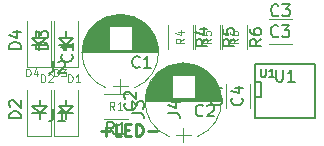
<source format=gbr>
G04 #@! TF.FileFunction,Legend,Top*
%FSLAX46Y46*%
G04 Gerber Fmt 4.6, Leading zero omitted, Abs format (unit mm)*
G04 Created by KiCad (PCBNEW 4.0.7) date 04/04/18 15:32:54*
%MOMM*%
%LPD*%
G01*
G04 APERTURE LIST*
%ADD10C,0.100000*%
%ADD11C,0.250000*%
%ADD12C,0.175000*%
%ADD13C,0.200000*%
%ADD14C,0.150000*%
%ADD15C,0.120000*%
%ADD16C,0.105000*%
G04 APERTURE END LIST*
D10*
D11*
X196499457Y-121254829D02*
X197261362Y-121254829D01*
X196880410Y-121635781D02*
X196880410Y-120873876D01*
X198213743Y-121635781D02*
X197737552Y-121635781D01*
X197737552Y-120635781D01*
X198547076Y-121111971D02*
X198880410Y-121111971D01*
X199023267Y-121635781D02*
X198547076Y-121635781D01*
X198547076Y-120635781D01*
X199023267Y-120635781D01*
X199451838Y-121635781D02*
X199451838Y-120635781D01*
X199689933Y-120635781D01*
X199832791Y-120683400D01*
X199928029Y-120778638D01*
X199975648Y-120873876D01*
X200023267Y-121064352D01*
X200023267Y-121207210D01*
X199975648Y-121397686D01*
X199928029Y-121492924D01*
X199832791Y-121588162D01*
X199689933Y-121635781D01*
X199451838Y-121635781D01*
X200451838Y-121254829D02*
X201213743Y-121254829D01*
D10*
X193728638Y-117083248D02*
X193728638Y-116433248D01*
X193883400Y-116433248D01*
X193976257Y-116464200D01*
X194038162Y-116526105D01*
X194069114Y-116588010D01*
X194100066Y-116711819D01*
X194100066Y-116804676D01*
X194069114Y-116928486D01*
X194038162Y-116990390D01*
X193976257Y-117052295D01*
X193883400Y-117083248D01*
X193728638Y-117083248D01*
X194719114Y-117083248D02*
X194347686Y-117083248D01*
X194533400Y-117083248D02*
X194533400Y-116433248D01*
X194471495Y-116526105D01*
X194409590Y-116588010D01*
X194347686Y-116618962D01*
X191417238Y-117083248D02*
X191417238Y-116433248D01*
X191572000Y-116433248D01*
X191664857Y-116464200D01*
X191726762Y-116526105D01*
X191757714Y-116588010D01*
X191788666Y-116711819D01*
X191788666Y-116804676D01*
X191757714Y-116928486D01*
X191726762Y-116990390D01*
X191664857Y-117052295D01*
X191572000Y-117083248D01*
X191417238Y-117083248D01*
X192036286Y-116495152D02*
X192067238Y-116464200D01*
X192129143Y-116433248D01*
X192283905Y-116433248D01*
X192345809Y-116464200D01*
X192376762Y-116495152D01*
X192407714Y-116557057D01*
X192407714Y-116618962D01*
X192376762Y-116711819D01*
X192005333Y-117083248D01*
X192407714Y-117083248D01*
X192534838Y-116600648D02*
X192534838Y-115950648D01*
X192689600Y-115950648D01*
X192782457Y-115981600D01*
X192844362Y-116043505D01*
X192875314Y-116105410D01*
X192906266Y-116229219D01*
X192906266Y-116322076D01*
X192875314Y-116445886D01*
X192844362Y-116507790D01*
X192782457Y-116569695D01*
X192689600Y-116600648D01*
X192534838Y-116600648D01*
X193122933Y-115950648D02*
X193525314Y-115950648D01*
X193308647Y-116198267D01*
X193401505Y-116198267D01*
X193463409Y-116229219D01*
X193494362Y-116260171D01*
X193525314Y-116322076D01*
X193525314Y-116476838D01*
X193494362Y-116538743D01*
X193463409Y-116569695D01*
X193401505Y-116600648D01*
X193215790Y-116600648D01*
X193153886Y-116569695D01*
X193122933Y-116538743D01*
X190172638Y-116600648D02*
X190172638Y-115950648D01*
X190327400Y-115950648D01*
X190420257Y-115981600D01*
X190482162Y-116043505D01*
X190513114Y-116105410D01*
X190544066Y-116229219D01*
X190544066Y-116322076D01*
X190513114Y-116445886D01*
X190482162Y-116507790D01*
X190420257Y-116569695D01*
X190327400Y-116600648D01*
X190172638Y-116600648D01*
X191101209Y-116167314D02*
X191101209Y-116600648D01*
X190946447Y-115919695D02*
X190791686Y-116383981D01*
X191194066Y-116383981D01*
D12*
X210032667Y-115948667D02*
X210032667Y-116515333D01*
X210066000Y-116582000D01*
X210099333Y-116615333D01*
X210166000Y-116648667D01*
X210299333Y-116648667D01*
X210366000Y-116615333D01*
X210399333Y-116582000D01*
X210432667Y-116515333D01*
X210432667Y-115948667D01*
X211132666Y-116648667D02*
X210732666Y-116648667D01*
X210932666Y-116648667D02*
X210932666Y-115948667D01*
X210866000Y-116048667D01*
X210799333Y-116115333D01*
X210732666Y-116148667D01*
D13*
X190652400Y-113919000D02*
X191770000Y-113919000D01*
X191770000Y-113919000D02*
X191820800Y-113919000D01*
X191262000Y-113919000D02*
X190652400Y-113309400D01*
X191262000Y-113919000D02*
X191871600Y-113309400D01*
X191871600Y-113309400D02*
X190652400Y-113309400D01*
X191262000Y-113309400D02*
X191262000Y-112750600D01*
X191262000Y-113919000D02*
X191262000Y-114376200D01*
X193522600Y-119735600D02*
X193522600Y-120192800D01*
X193522600Y-119126000D02*
X193522600Y-118567200D01*
X194132200Y-119126000D02*
X192913000Y-119126000D01*
X193522600Y-119735600D02*
X194132200Y-119126000D01*
X193522600Y-119735600D02*
X192913000Y-119126000D01*
X194030600Y-119735600D02*
X194081400Y-119735600D01*
X192913000Y-119735600D02*
X194030600Y-119735600D01*
X190677800Y-119735600D02*
X191795400Y-119735600D01*
X191795400Y-119735600D02*
X191846200Y-119735600D01*
X191287400Y-119735600D02*
X190677800Y-119126000D01*
X191287400Y-119735600D02*
X191897000Y-119126000D01*
X191897000Y-119126000D02*
X190677800Y-119126000D01*
X191287400Y-119126000D02*
X191287400Y-118567200D01*
X191287400Y-119735600D02*
X191287400Y-120192800D01*
X193548000Y-113919000D02*
X193548000Y-114376200D01*
X193548000Y-113309400D02*
X193548000Y-112750600D01*
X194157600Y-113309400D02*
X192938400Y-113309400D01*
X193548000Y-113919000D02*
X194157600Y-113309400D01*
X193548000Y-113919000D02*
X192938400Y-113309400D01*
X194056000Y-113919000D02*
X194106800Y-113919000D01*
X192938400Y-113919000D02*
X194056000Y-113919000D01*
D14*
X209550000Y-115570000D02*
X214630000Y-115570000D01*
X214630000Y-115570000D02*
X214630000Y-120142000D01*
X214630000Y-120142000D02*
X209550000Y-120142000D01*
X209550000Y-120142000D02*
X209550000Y-115570000D01*
X209550000Y-117094000D02*
X210058000Y-117094000D01*
X210058000Y-117094000D02*
X210058000Y-118364000D01*
X210058000Y-118364000D02*
X209550000Y-118364000D01*
D15*
X196940864Y-111556180D02*
G75*
G03X196940000Y-117591482I1179136J-3017820D01*
G01*
X199299136Y-111556180D02*
G75*
G02X199300000Y-117591482I-1179136J-3017820D01*
G01*
X199299136Y-111556180D02*
G75*
G03X196940000Y-111556518I-1179136J-3017820D01*
G01*
X194920000Y-114574000D02*
X201320000Y-114574000D01*
X194920000Y-114534000D02*
X201320000Y-114534000D01*
X194920000Y-114494000D02*
X201320000Y-114494000D01*
X194922000Y-114454000D02*
X201318000Y-114454000D01*
X194923000Y-114414000D02*
X201317000Y-114414000D01*
X194926000Y-114374000D02*
X201314000Y-114374000D01*
X194928000Y-114334000D02*
X201312000Y-114334000D01*
X194932000Y-114294000D02*
X197140000Y-114294000D01*
X199100000Y-114294000D02*
X201308000Y-114294000D01*
X194935000Y-114254000D02*
X197140000Y-114254000D01*
X199100000Y-114254000D02*
X201305000Y-114254000D01*
X194940000Y-114214000D02*
X197140000Y-114214000D01*
X199100000Y-114214000D02*
X201300000Y-114214000D01*
X194944000Y-114174000D02*
X197140000Y-114174000D01*
X199100000Y-114174000D02*
X201296000Y-114174000D01*
X194950000Y-114134000D02*
X197140000Y-114134000D01*
X199100000Y-114134000D02*
X201290000Y-114134000D01*
X194955000Y-114094000D02*
X197140000Y-114094000D01*
X199100000Y-114094000D02*
X201285000Y-114094000D01*
X194962000Y-114054000D02*
X197140000Y-114054000D01*
X199100000Y-114054000D02*
X201278000Y-114054000D01*
X194968000Y-114014000D02*
X197140000Y-114014000D01*
X199100000Y-114014000D02*
X201272000Y-114014000D01*
X194976000Y-113974000D02*
X197140000Y-113974000D01*
X199100000Y-113974000D02*
X201264000Y-113974000D01*
X194983000Y-113934000D02*
X197140000Y-113934000D01*
X199100000Y-113934000D02*
X201257000Y-113934000D01*
X194992000Y-113894000D02*
X197140000Y-113894000D01*
X199100000Y-113894000D02*
X201248000Y-113894000D01*
X195001000Y-113853000D02*
X197140000Y-113853000D01*
X199100000Y-113853000D02*
X201239000Y-113853000D01*
X195010000Y-113813000D02*
X197140000Y-113813000D01*
X199100000Y-113813000D02*
X201230000Y-113813000D01*
X195020000Y-113773000D02*
X197140000Y-113773000D01*
X199100000Y-113773000D02*
X201220000Y-113773000D01*
X195030000Y-113733000D02*
X197140000Y-113733000D01*
X199100000Y-113733000D02*
X201210000Y-113733000D01*
X195041000Y-113693000D02*
X197140000Y-113693000D01*
X199100000Y-113693000D02*
X201199000Y-113693000D01*
X195053000Y-113653000D02*
X197140000Y-113653000D01*
X199100000Y-113653000D02*
X201187000Y-113653000D01*
X195065000Y-113613000D02*
X197140000Y-113613000D01*
X199100000Y-113613000D02*
X201175000Y-113613000D01*
X195078000Y-113573000D02*
X197140000Y-113573000D01*
X199100000Y-113573000D02*
X201162000Y-113573000D01*
X195091000Y-113533000D02*
X197140000Y-113533000D01*
X199100000Y-113533000D02*
X201149000Y-113533000D01*
X195105000Y-113493000D02*
X197140000Y-113493000D01*
X199100000Y-113493000D02*
X201135000Y-113493000D01*
X195119000Y-113453000D02*
X197140000Y-113453000D01*
X199100000Y-113453000D02*
X201121000Y-113453000D01*
X195134000Y-113413000D02*
X197140000Y-113413000D01*
X199100000Y-113413000D02*
X201106000Y-113413000D01*
X195150000Y-113373000D02*
X197140000Y-113373000D01*
X199100000Y-113373000D02*
X201090000Y-113373000D01*
X195166000Y-113333000D02*
X197140000Y-113333000D01*
X199100000Y-113333000D02*
X201074000Y-113333000D01*
X195183000Y-113293000D02*
X197140000Y-113293000D01*
X199100000Y-113293000D02*
X201057000Y-113293000D01*
X195201000Y-113253000D02*
X197140000Y-113253000D01*
X199100000Y-113253000D02*
X201039000Y-113253000D01*
X195219000Y-113213000D02*
X197140000Y-113213000D01*
X199100000Y-113213000D02*
X201021000Y-113213000D01*
X195238000Y-113173000D02*
X197140000Y-113173000D01*
X199100000Y-113173000D02*
X201002000Y-113173000D01*
X195257000Y-113133000D02*
X197140000Y-113133000D01*
X199100000Y-113133000D02*
X200983000Y-113133000D01*
X195277000Y-113093000D02*
X197140000Y-113093000D01*
X199100000Y-113093000D02*
X200963000Y-113093000D01*
X195298000Y-113053000D02*
X197140000Y-113053000D01*
X199100000Y-113053000D02*
X200942000Y-113053000D01*
X195320000Y-113013000D02*
X197140000Y-113013000D01*
X199100000Y-113013000D02*
X200920000Y-113013000D01*
X195342000Y-112973000D02*
X197140000Y-112973000D01*
X199100000Y-112973000D02*
X200898000Y-112973000D01*
X195365000Y-112933000D02*
X197140000Y-112933000D01*
X199100000Y-112933000D02*
X200875000Y-112933000D01*
X195389000Y-112893000D02*
X197140000Y-112893000D01*
X199100000Y-112893000D02*
X200851000Y-112893000D01*
X195414000Y-112853000D02*
X197140000Y-112853000D01*
X199100000Y-112853000D02*
X200826000Y-112853000D01*
X195439000Y-112813000D02*
X197140000Y-112813000D01*
X199100000Y-112813000D02*
X200801000Y-112813000D01*
X195466000Y-112773000D02*
X197140000Y-112773000D01*
X199100000Y-112773000D02*
X200774000Y-112773000D01*
X195493000Y-112733000D02*
X197140000Y-112733000D01*
X199100000Y-112733000D02*
X200747000Y-112733000D01*
X195521000Y-112693000D02*
X197140000Y-112693000D01*
X199100000Y-112693000D02*
X200719000Y-112693000D01*
X195550000Y-112653000D02*
X197140000Y-112653000D01*
X199100000Y-112653000D02*
X200690000Y-112653000D01*
X195580000Y-112613000D02*
X197140000Y-112613000D01*
X199100000Y-112613000D02*
X200660000Y-112613000D01*
X195610000Y-112573000D02*
X197140000Y-112573000D01*
X199100000Y-112573000D02*
X200630000Y-112573000D01*
X195642000Y-112533000D02*
X197140000Y-112533000D01*
X199100000Y-112533000D02*
X200598000Y-112533000D01*
X195675000Y-112493000D02*
X197140000Y-112493000D01*
X199100000Y-112493000D02*
X200565000Y-112493000D01*
X195709000Y-112453000D02*
X197140000Y-112453000D01*
X199100000Y-112453000D02*
X200531000Y-112453000D01*
X195745000Y-112413000D02*
X197140000Y-112413000D01*
X199100000Y-112413000D02*
X200495000Y-112413000D01*
X195781000Y-112373000D02*
X197140000Y-112373000D01*
X199100000Y-112373000D02*
X200459000Y-112373000D01*
X195819000Y-112333000D02*
X200421000Y-112333000D01*
X195858000Y-112293000D02*
X200382000Y-112293000D01*
X195898000Y-112253000D02*
X200342000Y-112253000D01*
X195940000Y-112213000D02*
X200300000Y-112213000D01*
X195983000Y-112173000D02*
X200257000Y-112173000D01*
X196028000Y-112133000D02*
X200212000Y-112133000D01*
X196075000Y-112093000D02*
X200165000Y-112093000D01*
X196123000Y-112053000D02*
X200117000Y-112053000D01*
X196174000Y-112013000D02*
X200066000Y-112013000D01*
X196226000Y-111973000D02*
X200014000Y-111973000D01*
X196281000Y-111933000D02*
X199959000Y-111933000D01*
X196339000Y-111893000D02*
X199901000Y-111893000D01*
X196399000Y-111853000D02*
X199841000Y-111853000D01*
X196462000Y-111813000D02*
X199778000Y-111813000D01*
X196529000Y-111773000D02*
X199711000Y-111773000D01*
X196600000Y-111733000D02*
X199640000Y-111733000D01*
X196675000Y-111693000D02*
X199565000Y-111693000D01*
X196756000Y-111653000D02*
X199484000Y-111653000D01*
X196842000Y-111613000D02*
X199398000Y-111613000D01*
X196936000Y-111573000D02*
X199304000Y-111573000D01*
X197039000Y-111533000D02*
X199201000Y-111533000D01*
X197154000Y-111493000D02*
X199086000Y-111493000D01*
X197286000Y-111453000D02*
X198954000Y-111453000D01*
X197444000Y-111413000D02*
X198796000Y-111413000D01*
X197652000Y-111373000D02*
X198588000Y-111373000D01*
X198120000Y-118024000D02*
X198120000Y-116824000D01*
X197470000Y-117424000D02*
X198770000Y-117424000D01*
X202274864Y-115670980D02*
G75*
G03X202274000Y-121706282I1179136J-3017820D01*
G01*
X204633136Y-115670980D02*
G75*
G02X204634000Y-121706282I-1179136J-3017820D01*
G01*
X204633136Y-115670980D02*
G75*
G03X202274000Y-115671318I-1179136J-3017820D01*
G01*
X200254000Y-118688800D02*
X206654000Y-118688800D01*
X200254000Y-118648800D02*
X206654000Y-118648800D01*
X200254000Y-118608800D02*
X206654000Y-118608800D01*
X200256000Y-118568800D02*
X206652000Y-118568800D01*
X200257000Y-118528800D02*
X206651000Y-118528800D01*
X200260000Y-118488800D02*
X206648000Y-118488800D01*
X200262000Y-118448800D02*
X206646000Y-118448800D01*
X200266000Y-118408800D02*
X202474000Y-118408800D01*
X204434000Y-118408800D02*
X206642000Y-118408800D01*
X200269000Y-118368800D02*
X202474000Y-118368800D01*
X204434000Y-118368800D02*
X206639000Y-118368800D01*
X200274000Y-118328800D02*
X202474000Y-118328800D01*
X204434000Y-118328800D02*
X206634000Y-118328800D01*
X200278000Y-118288800D02*
X202474000Y-118288800D01*
X204434000Y-118288800D02*
X206630000Y-118288800D01*
X200284000Y-118248800D02*
X202474000Y-118248800D01*
X204434000Y-118248800D02*
X206624000Y-118248800D01*
X200289000Y-118208800D02*
X202474000Y-118208800D01*
X204434000Y-118208800D02*
X206619000Y-118208800D01*
X200296000Y-118168800D02*
X202474000Y-118168800D01*
X204434000Y-118168800D02*
X206612000Y-118168800D01*
X200302000Y-118128800D02*
X202474000Y-118128800D01*
X204434000Y-118128800D02*
X206606000Y-118128800D01*
X200310000Y-118088800D02*
X202474000Y-118088800D01*
X204434000Y-118088800D02*
X206598000Y-118088800D01*
X200317000Y-118048800D02*
X202474000Y-118048800D01*
X204434000Y-118048800D02*
X206591000Y-118048800D01*
X200326000Y-118008800D02*
X202474000Y-118008800D01*
X204434000Y-118008800D02*
X206582000Y-118008800D01*
X200335000Y-117967800D02*
X202474000Y-117967800D01*
X204434000Y-117967800D02*
X206573000Y-117967800D01*
X200344000Y-117927800D02*
X202474000Y-117927800D01*
X204434000Y-117927800D02*
X206564000Y-117927800D01*
X200354000Y-117887800D02*
X202474000Y-117887800D01*
X204434000Y-117887800D02*
X206554000Y-117887800D01*
X200364000Y-117847800D02*
X202474000Y-117847800D01*
X204434000Y-117847800D02*
X206544000Y-117847800D01*
X200375000Y-117807800D02*
X202474000Y-117807800D01*
X204434000Y-117807800D02*
X206533000Y-117807800D01*
X200387000Y-117767800D02*
X202474000Y-117767800D01*
X204434000Y-117767800D02*
X206521000Y-117767800D01*
X200399000Y-117727800D02*
X202474000Y-117727800D01*
X204434000Y-117727800D02*
X206509000Y-117727800D01*
X200412000Y-117687800D02*
X202474000Y-117687800D01*
X204434000Y-117687800D02*
X206496000Y-117687800D01*
X200425000Y-117647800D02*
X202474000Y-117647800D01*
X204434000Y-117647800D02*
X206483000Y-117647800D01*
X200439000Y-117607800D02*
X202474000Y-117607800D01*
X204434000Y-117607800D02*
X206469000Y-117607800D01*
X200453000Y-117567800D02*
X202474000Y-117567800D01*
X204434000Y-117567800D02*
X206455000Y-117567800D01*
X200468000Y-117527800D02*
X202474000Y-117527800D01*
X204434000Y-117527800D02*
X206440000Y-117527800D01*
X200484000Y-117487800D02*
X202474000Y-117487800D01*
X204434000Y-117487800D02*
X206424000Y-117487800D01*
X200500000Y-117447800D02*
X202474000Y-117447800D01*
X204434000Y-117447800D02*
X206408000Y-117447800D01*
X200517000Y-117407800D02*
X202474000Y-117407800D01*
X204434000Y-117407800D02*
X206391000Y-117407800D01*
X200535000Y-117367800D02*
X202474000Y-117367800D01*
X204434000Y-117367800D02*
X206373000Y-117367800D01*
X200553000Y-117327800D02*
X202474000Y-117327800D01*
X204434000Y-117327800D02*
X206355000Y-117327800D01*
X200572000Y-117287800D02*
X202474000Y-117287800D01*
X204434000Y-117287800D02*
X206336000Y-117287800D01*
X200591000Y-117247800D02*
X202474000Y-117247800D01*
X204434000Y-117247800D02*
X206317000Y-117247800D01*
X200611000Y-117207800D02*
X202474000Y-117207800D01*
X204434000Y-117207800D02*
X206297000Y-117207800D01*
X200632000Y-117167800D02*
X202474000Y-117167800D01*
X204434000Y-117167800D02*
X206276000Y-117167800D01*
X200654000Y-117127800D02*
X202474000Y-117127800D01*
X204434000Y-117127800D02*
X206254000Y-117127800D01*
X200676000Y-117087800D02*
X202474000Y-117087800D01*
X204434000Y-117087800D02*
X206232000Y-117087800D01*
X200699000Y-117047800D02*
X202474000Y-117047800D01*
X204434000Y-117047800D02*
X206209000Y-117047800D01*
X200723000Y-117007800D02*
X202474000Y-117007800D01*
X204434000Y-117007800D02*
X206185000Y-117007800D01*
X200748000Y-116967800D02*
X202474000Y-116967800D01*
X204434000Y-116967800D02*
X206160000Y-116967800D01*
X200773000Y-116927800D02*
X202474000Y-116927800D01*
X204434000Y-116927800D02*
X206135000Y-116927800D01*
X200800000Y-116887800D02*
X202474000Y-116887800D01*
X204434000Y-116887800D02*
X206108000Y-116887800D01*
X200827000Y-116847800D02*
X202474000Y-116847800D01*
X204434000Y-116847800D02*
X206081000Y-116847800D01*
X200855000Y-116807800D02*
X202474000Y-116807800D01*
X204434000Y-116807800D02*
X206053000Y-116807800D01*
X200884000Y-116767800D02*
X202474000Y-116767800D01*
X204434000Y-116767800D02*
X206024000Y-116767800D01*
X200914000Y-116727800D02*
X202474000Y-116727800D01*
X204434000Y-116727800D02*
X205994000Y-116727800D01*
X200944000Y-116687800D02*
X202474000Y-116687800D01*
X204434000Y-116687800D02*
X205964000Y-116687800D01*
X200976000Y-116647800D02*
X202474000Y-116647800D01*
X204434000Y-116647800D02*
X205932000Y-116647800D01*
X201009000Y-116607800D02*
X202474000Y-116607800D01*
X204434000Y-116607800D02*
X205899000Y-116607800D01*
X201043000Y-116567800D02*
X202474000Y-116567800D01*
X204434000Y-116567800D02*
X205865000Y-116567800D01*
X201079000Y-116527800D02*
X202474000Y-116527800D01*
X204434000Y-116527800D02*
X205829000Y-116527800D01*
X201115000Y-116487800D02*
X202474000Y-116487800D01*
X204434000Y-116487800D02*
X205793000Y-116487800D01*
X201153000Y-116447800D02*
X205755000Y-116447800D01*
X201192000Y-116407800D02*
X205716000Y-116407800D01*
X201232000Y-116367800D02*
X205676000Y-116367800D01*
X201274000Y-116327800D02*
X205634000Y-116327800D01*
X201317000Y-116287800D02*
X205591000Y-116287800D01*
X201362000Y-116247800D02*
X205546000Y-116247800D01*
X201409000Y-116207800D02*
X205499000Y-116207800D01*
X201457000Y-116167800D02*
X205451000Y-116167800D01*
X201508000Y-116127800D02*
X205400000Y-116127800D01*
X201560000Y-116087800D02*
X205348000Y-116087800D01*
X201615000Y-116047800D02*
X205293000Y-116047800D01*
X201673000Y-116007800D02*
X205235000Y-116007800D01*
X201733000Y-115967800D02*
X205175000Y-115967800D01*
X201796000Y-115927800D02*
X205112000Y-115927800D01*
X201863000Y-115887800D02*
X205045000Y-115887800D01*
X201934000Y-115847800D02*
X204974000Y-115847800D01*
X202009000Y-115807800D02*
X204899000Y-115807800D01*
X202090000Y-115767800D02*
X204818000Y-115767800D01*
X202176000Y-115727800D02*
X204732000Y-115727800D01*
X202270000Y-115687800D02*
X204638000Y-115687800D01*
X202373000Y-115647800D02*
X204535000Y-115647800D01*
X202488000Y-115607800D02*
X204420000Y-115607800D01*
X202620000Y-115567800D02*
X204288000Y-115567800D01*
X202778000Y-115527800D02*
X204130000Y-115527800D01*
X202986000Y-115487800D02*
X203922000Y-115487800D01*
X203454000Y-122138800D02*
X203454000Y-120938800D01*
X202804000Y-121538800D02*
X204104000Y-121538800D01*
X196739000Y-118081400D02*
X198739000Y-118081400D01*
X198739000Y-120221400D02*
X196739000Y-120221400D01*
X202130000Y-114284000D02*
X202130000Y-112284000D01*
X204270000Y-112284000D02*
X204270000Y-114284000D01*
X204416000Y-114284000D02*
X204416000Y-112284000D01*
X206556000Y-112284000D02*
X206556000Y-114284000D01*
X206702000Y-114284000D02*
X206702000Y-112284000D01*
X208842000Y-112284000D02*
X208842000Y-114284000D01*
X192548000Y-121655400D02*
X194548000Y-121655400D01*
X194548000Y-121655400D02*
X194548000Y-117755400D01*
X192548000Y-121655400D02*
X192548000Y-117755400D01*
X190262000Y-121655400D02*
X192262000Y-121655400D01*
X192262000Y-121655400D02*
X192262000Y-117755400D01*
X190262000Y-121655400D02*
X190262000Y-117755400D01*
X192548000Y-115788000D02*
X194548000Y-115788000D01*
X194548000Y-115788000D02*
X194548000Y-111888000D01*
X192548000Y-115788000D02*
X192548000Y-111888000D01*
X190262000Y-115788000D02*
X192262000Y-115788000D01*
X192262000Y-115788000D02*
X192262000Y-111888000D01*
X190262000Y-115788000D02*
X190262000Y-111888000D01*
X212683600Y-111781400D02*
X210683600Y-111781400D01*
X210683600Y-113821400D02*
X212683600Y-113821400D01*
X207031400Y-117262400D02*
X207031400Y-119262400D01*
X209071400Y-119262400D02*
X209071400Y-117262400D01*
D14*
X211328095Y-116038381D02*
X211328095Y-116847905D01*
X211375714Y-116943143D01*
X211423333Y-116990762D01*
X211518571Y-117038381D01*
X211709048Y-117038381D01*
X211804286Y-116990762D01*
X211851905Y-116943143D01*
X211899524Y-116847905D01*
X211899524Y-116038381D01*
X212899524Y-117038381D02*
X212328095Y-117038381D01*
X212613809Y-117038381D02*
X212613809Y-116038381D01*
X212518571Y-116181238D01*
X212423333Y-116276476D01*
X212328095Y-116324095D01*
X194017143Y-114740666D02*
X194064762Y-114788285D01*
X194112381Y-114931142D01*
X194112381Y-115026380D01*
X194064762Y-115169238D01*
X193969524Y-115264476D01*
X193874286Y-115312095D01*
X193683810Y-115359714D01*
X193540952Y-115359714D01*
X193350476Y-115312095D01*
X193255238Y-115264476D01*
X193160000Y-115169238D01*
X193112381Y-115026380D01*
X193112381Y-114931142D01*
X193160000Y-114788285D01*
X193207619Y-114740666D01*
X194112381Y-113788285D02*
X194112381Y-114359714D01*
X194112381Y-114074000D02*
X193112381Y-114074000D01*
X193255238Y-114169238D01*
X193350476Y-114264476D01*
X193398095Y-114359714D01*
X199756734Y-115774743D02*
X199709115Y-115822362D01*
X199566258Y-115869981D01*
X199471020Y-115869981D01*
X199328162Y-115822362D01*
X199232924Y-115727124D01*
X199185305Y-115631886D01*
X199137686Y-115441410D01*
X199137686Y-115298552D01*
X199185305Y-115108076D01*
X199232924Y-115012838D01*
X199328162Y-114917600D01*
X199471020Y-114869981D01*
X199566258Y-114869981D01*
X199709115Y-114917600D01*
X199756734Y-114965219D01*
X200709115Y-115869981D02*
X200137686Y-115869981D01*
X200423400Y-115869981D02*
X200423400Y-114869981D01*
X200328162Y-115012838D01*
X200232924Y-115108076D01*
X200137686Y-115155695D01*
X199351143Y-118855466D02*
X199398762Y-118903085D01*
X199446381Y-119045942D01*
X199446381Y-119141180D01*
X199398762Y-119284038D01*
X199303524Y-119379276D01*
X199208286Y-119426895D01*
X199017810Y-119474514D01*
X198874952Y-119474514D01*
X198684476Y-119426895D01*
X198589238Y-119379276D01*
X198494000Y-119284038D01*
X198446381Y-119141180D01*
X198446381Y-119045942D01*
X198494000Y-118903085D01*
X198541619Y-118855466D01*
X198541619Y-118474514D02*
X198494000Y-118426895D01*
X198446381Y-118331657D01*
X198446381Y-118093561D01*
X198494000Y-117998323D01*
X198541619Y-117950704D01*
X198636857Y-117903085D01*
X198732095Y-117903085D01*
X198874952Y-117950704D01*
X199446381Y-118522133D01*
X199446381Y-117903085D01*
X205116134Y-119889543D02*
X205068515Y-119937162D01*
X204925658Y-119984781D01*
X204830420Y-119984781D01*
X204687562Y-119937162D01*
X204592324Y-119841924D01*
X204544705Y-119746686D01*
X204497086Y-119556210D01*
X204497086Y-119413352D01*
X204544705Y-119222876D01*
X204592324Y-119127638D01*
X204687562Y-119032400D01*
X204830420Y-118984781D01*
X204925658Y-118984781D01*
X205068515Y-119032400D01*
X205116134Y-119080019D01*
X205497086Y-119080019D02*
X205544705Y-119032400D01*
X205639943Y-118984781D01*
X205878039Y-118984781D01*
X205973277Y-119032400D01*
X206020896Y-119080019D01*
X206068515Y-119175257D01*
X206068515Y-119270495D01*
X206020896Y-119413352D01*
X205449467Y-119984781D01*
X206068515Y-119984781D01*
X197572334Y-121453781D02*
X197239000Y-120977590D01*
X197000905Y-121453781D02*
X197000905Y-120453781D01*
X197381858Y-120453781D01*
X197477096Y-120501400D01*
X197524715Y-120549019D01*
X197572334Y-120644257D01*
X197572334Y-120787114D01*
X197524715Y-120882352D01*
X197477096Y-120929971D01*
X197381858Y-120977590D01*
X197000905Y-120977590D01*
X198524715Y-121453781D02*
X197953286Y-121453781D01*
X198239000Y-121453781D02*
X198239000Y-120453781D01*
X198143762Y-120596638D01*
X198048524Y-120691876D01*
X197953286Y-120739495D01*
D16*
X197622334Y-119468067D02*
X197389000Y-119134733D01*
X197222334Y-119468067D02*
X197222334Y-118768067D01*
X197489000Y-118768067D01*
X197555667Y-118801400D01*
X197589000Y-118834733D01*
X197622334Y-118901400D01*
X197622334Y-119001400D01*
X197589000Y-119068067D01*
X197555667Y-119101400D01*
X197489000Y-119134733D01*
X197222334Y-119134733D01*
X198289000Y-119468067D02*
X197889000Y-119468067D01*
X198089000Y-119468067D02*
X198089000Y-118768067D01*
X198022334Y-118868067D01*
X197955667Y-118934733D01*
X197889000Y-118968067D01*
D14*
X205502381Y-113450666D02*
X205026190Y-113784000D01*
X205502381Y-114022095D02*
X204502381Y-114022095D01*
X204502381Y-113641142D01*
X204550000Y-113545904D01*
X204597619Y-113498285D01*
X204692857Y-113450666D01*
X204835714Y-113450666D01*
X204930952Y-113498285D01*
X204978571Y-113545904D01*
X205026190Y-113641142D01*
X205026190Y-114022095D01*
X204835714Y-112593523D02*
X205502381Y-112593523D01*
X204454762Y-112831619D02*
X205169048Y-113069714D01*
X205169048Y-112450666D01*
D16*
X203516667Y-113400666D02*
X203183333Y-113634000D01*
X203516667Y-113800666D02*
X202816667Y-113800666D01*
X202816667Y-113534000D01*
X202850000Y-113467333D01*
X202883333Y-113434000D01*
X202950000Y-113400666D01*
X203050000Y-113400666D01*
X203116667Y-113434000D01*
X203150000Y-113467333D01*
X203183333Y-113534000D01*
X203183333Y-113800666D01*
X203050000Y-112800666D02*
X203516667Y-112800666D01*
X202783333Y-112967333D02*
X203283333Y-113134000D01*
X203283333Y-112700666D01*
D14*
X207788381Y-113450666D02*
X207312190Y-113784000D01*
X207788381Y-114022095D02*
X206788381Y-114022095D01*
X206788381Y-113641142D01*
X206836000Y-113545904D01*
X206883619Y-113498285D01*
X206978857Y-113450666D01*
X207121714Y-113450666D01*
X207216952Y-113498285D01*
X207264571Y-113545904D01*
X207312190Y-113641142D01*
X207312190Y-114022095D01*
X206788381Y-112545904D02*
X206788381Y-113022095D01*
X207264571Y-113069714D01*
X207216952Y-113022095D01*
X207169333Y-112926857D01*
X207169333Y-112688761D01*
X207216952Y-112593523D01*
X207264571Y-112545904D01*
X207359810Y-112498285D01*
X207597905Y-112498285D01*
X207693143Y-112545904D01*
X207740762Y-112593523D01*
X207788381Y-112688761D01*
X207788381Y-112926857D01*
X207740762Y-113022095D01*
X207693143Y-113069714D01*
D16*
X205802667Y-113400666D02*
X205469333Y-113634000D01*
X205802667Y-113800666D02*
X205102667Y-113800666D01*
X205102667Y-113534000D01*
X205136000Y-113467333D01*
X205169333Y-113434000D01*
X205236000Y-113400666D01*
X205336000Y-113400666D01*
X205402667Y-113434000D01*
X205436000Y-113467333D01*
X205469333Y-113534000D01*
X205469333Y-113800666D01*
X205102667Y-112767333D02*
X205102667Y-113100666D01*
X205436000Y-113134000D01*
X205402667Y-113100666D01*
X205369333Y-113034000D01*
X205369333Y-112867333D01*
X205402667Y-112800666D01*
X205436000Y-112767333D01*
X205502667Y-112734000D01*
X205669333Y-112734000D01*
X205736000Y-112767333D01*
X205769333Y-112800666D01*
X205802667Y-112867333D01*
X205802667Y-113034000D01*
X205769333Y-113100666D01*
X205736000Y-113134000D01*
D14*
X210074381Y-113450666D02*
X209598190Y-113784000D01*
X210074381Y-114022095D02*
X209074381Y-114022095D01*
X209074381Y-113641142D01*
X209122000Y-113545904D01*
X209169619Y-113498285D01*
X209264857Y-113450666D01*
X209407714Y-113450666D01*
X209502952Y-113498285D01*
X209550571Y-113545904D01*
X209598190Y-113641142D01*
X209598190Y-114022095D01*
X209074381Y-112593523D02*
X209074381Y-112784000D01*
X209122000Y-112879238D01*
X209169619Y-112926857D01*
X209312476Y-113022095D01*
X209502952Y-113069714D01*
X209883905Y-113069714D01*
X209979143Y-113022095D01*
X210026762Y-112974476D01*
X210074381Y-112879238D01*
X210074381Y-112688761D01*
X210026762Y-112593523D01*
X209979143Y-112545904D01*
X209883905Y-112498285D01*
X209645810Y-112498285D01*
X209550571Y-112545904D01*
X209502952Y-112593523D01*
X209455333Y-112688761D01*
X209455333Y-112879238D01*
X209502952Y-112974476D01*
X209550571Y-113022095D01*
X209645810Y-113069714D01*
D16*
X208088667Y-113400666D02*
X207755333Y-113634000D01*
X208088667Y-113800666D02*
X207388667Y-113800666D01*
X207388667Y-113534000D01*
X207422000Y-113467333D01*
X207455333Y-113434000D01*
X207522000Y-113400666D01*
X207622000Y-113400666D01*
X207688667Y-113434000D01*
X207722000Y-113467333D01*
X207755333Y-113534000D01*
X207755333Y-113800666D01*
X207388667Y-112800666D02*
X207388667Y-112934000D01*
X207422000Y-113000666D01*
X207455333Y-113034000D01*
X207555333Y-113100666D01*
X207688667Y-113134000D01*
X207955333Y-113134000D01*
X208022000Y-113100666D01*
X208055333Y-113067333D01*
X208088667Y-113000666D01*
X208088667Y-112867333D01*
X208055333Y-112800666D01*
X208022000Y-112767333D01*
X207955333Y-112734000D01*
X207788667Y-112734000D01*
X207722000Y-112767333D01*
X207688667Y-112800666D01*
X207655333Y-112867333D01*
X207655333Y-113000666D01*
X207688667Y-113067333D01*
X207722000Y-113100666D01*
X207788667Y-113134000D01*
D14*
X189714381Y-120143495D02*
X188714381Y-120143495D01*
X188714381Y-119905400D01*
X188762000Y-119762542D01*
X188857238Y-119667304D01*
X188952476Y-119619685D01*
X189142952Y-119572066D01*
X189285810Y-119572066D01*
X189476286Y-119619685D01*
X189571524Y-119667304D01*
X189666762Y-119762542D01*
X189714381Y-119905400D01*
X189714381Y-120143495D01*
X188809619Y-119191114D02*
X188762000Y-119143495D01*
X188714381Y-119048257D01*
X188714381Y-118810161D01*
X188762000Y-118714923D01*
X188809619Y-118667304D01*
X188904857Y-118619685D01*
X189000095Y-118619685D01*
X189142952Y-118667304D01*
X189714381Y-119238733D01*
X189714381Y-118619685D01*
X192000381Y-114276095D02*
X191000381Y-114276095D01*
X191000381Y-114038000D01*
X191048000Y-113895142D01*
X191143238Y-113799904D01*
X191238476Y-113752285D01*
X191428952Y-113704666D01*
X191571810Y-113704666D01*
X191762286Y-113752285D01*
X191857524Y-113799904D01*
X191952762Y-113895142D01*
X192000381Y-114038000D01*
X192000381Y-114276095D01*
X191000381Y-113371333D02*
X191000381Y-112752285D01*
X191381333Y-113085619D01*
X191381333Y-112942761D01*
X191428952Y-112847523D01*
X191476571Y-112799904D01*
X191571810Y-112752285D01*
X191809905Y-112752285D01*
X191905143Y-112799904D01*
X191952762Y-112847523D01*
X192000381Y-112942761D01*
X192000381Y-113228476D01*
X191952762Y-113323714D01*
X191905143Y-113371333D01*
X189714381Y-114276095D02*
X188714381Y-114276095D01*
X188714381Y-114038000D01*
X188762000Y-113895142D01*
X188857238Y-113799904D01*
X188952476Y-113752285D01*
X189142952Y-113704666D01*
X189285810Y-113704666D01*
X189476286Y-113752285D01*
X189571524Y-113799904D01*
X189666762Y-113895142D01*
X189714381Y-114038000D01*
X189714381Y-114276095D01*
X189047714Y-112847523D02*
X189714381Y-112847523D01*
X188666762Y-113085619D02*
X189381048Y-113323714D01*
X189381048Y-112704666D01*
X211516934Y-111408543D02*
X211469315Y-111456162D01*
X211326458Y-111503781D01*
X211231220Y-111503781D01*
X211088362Y-111456162D01*
X210993124Y-111360924D01*
X210945505Y-111265686D01*
X210897886Y-111075210D01*
X210897886Y-110932352D01*
X210945505Y-110741876D01*
X210993124Y-110646638D01*
X211088362Y-110551400D01*
X211231220Y-110503781D01*
X211326458Y-110503781D01*
X211469315Y-110551400D01*
X211516934Y-110599019D01*
X211850267Y-110503781D02*
X212469315Y-110503781D01*
X212135981Y-110884733D01*
X212278839Y-110884733D01*
X212374077Y-110932352D01*
X212421696Y-110979971D01*
X212469315Y-111075210D01*
X212469315Y-111313305D01*
X212421696Y-111408543D01*
X212374077Y-111456162D01*
X212278839Y-111503781D01*
X211993124Y-111503781D01*
X211897886Y-111456162D01*
X211850267Y-111408543D01*
X211491534Y-113183943D02*
X211443915Y-113231562D01*
X211301058Y-113279181D01*
X211205820Y-113279181D01*
X211062962Y-113231562D01*
X210967724Y-113136324D01*
X210920105Y-113041086D01*
X210872486Y-112850610D01*
X210872486Y-112707752D01*
X210920105Y-112517276D01*
X210967724Y-112422038D01*
X211062962Y-112326800D01*
X211205820Y-112279181D01*
X211301058Y-112279181D01*
X211443915Y-112326800D01*
X211491534Y-112374419D01*
X211824867Y-112279181D02*
X212443915Y-112279181D01*
X212110581Y-112660133D01*
X212253439Y-112660133D01*
X212348677Y-112707752D01*
X212396296Y-112755371D01*
X212443915Y-112850610D01*
X212443915Y-113088705D01*
X212396296Y-113183943D01*
X212348677Y-113231562D01*
X212253439Y-113279181D01*
X211967724Y-113279181D01*
X211872486Y-113231562D01*
X211824867Y-113183943D01*
X206658543Y-118429066D02*
X206706162Y-118476685D01*
X206753781Y-118619542D01*
X206753781Y-118714780D01*
X206706162Y-118857638D01*
X206610924Y-118952876D01*
X206515686Y-119000495D01*
X206325210Y-119048114D01*
X206182352Y-119048114D01*
X205991876Y-119000495D01*
X205896638Y-118952876D01*
X205801400Y-118857638D01*
X205753781Y-118714780D01*
X205753781Y-118619542D01*
X205801400Y-118476685D01*
X205849019Y-118429066D01*
X206087114Y-117571923D02*
X206753781Y-117571923D01*
X205706162Y-117810019D02*
X206420448Y-118048114D01*
X206420448Y-117429066D01*
X208408543Y-118429066D02*
X208456162Y-118476685D01*
X208503781Y-118619542D01*
X208503781Y-118714780D01*
X208456162Y-118857638D01*
X208360924Y-118952876D01*
X208265686Y-119000495D01*
X208075210Y-119048114D01*
X207932352Y-119048114D01*
X207741876Y-119000495D01*
X207646638Y-118952876D01*
X207551400Y-118857638D01*
X207503781Y-118714780D01*
X207503781Y-118619542D01*
X207551400Y-118476685D01*
X207599019Y-118429066D01*
X207837114Y-117571923D02*
X208503781Y-117571923D01*
X207456162Y-117810019D02*
X208170448Y-118048114D01*
X208170448Y-117429066D01*
X192452667Y-115312381D02*
X192452667Y-116026667D01*
X192405047Y-116169524D01*
X192309809Y-116264762D01*
X192166952Y-116312381D01*
X192071714Y-116312381D01*
X192881238Y-115407619D02*
X192928857Y-115360000D01*
X193024095Y-115312381D01*
X193262191Y-115312381D01*
X193357429Y-115360000D01*
X193405048Y-115407619D01*
X193452667Y-115502857D01*
X193452667Y-115598095D01*
X193405048Y-115740952D01*
X192833619Y-116312381D01*
X193452667Y-116312381D01*
X192452667Y-119376381D02*
X192452667Y-120090667D01*
X192405047Y-120233524D01*
X192309809Y-120328762D01*
X192166952Y-120376381D01*
X192071714Y-120376381D01*
X193452667Y-120376381D02*
X192881238Y-120376381D01*
X193166952Y-120376381D02*
X193166952Y-119376381D01*
X193071714Y-119519238D01*
X192976476Y-119614476D01*
X192881238Y-119662095D01*
X199132381Y-119713333D02*
X199846667Y-119713333D01*
X199989524Y-119760953D01*
X200084762Y-119856191D01*
X200132381Y-119999048D01*
X200132381Y-120094286D01*
X199132381Y-119332381D02*
X199132381Y-118713333D01*
X199513333Y-119046667D01*
X199513333Y-118903809D01*
X199560952Y-118808571D01*
X199608571Y-118760952D01*
X199703810Y-118713333D01*
X199941905Y-118713333D01*
X200037143Y-118760952D01*
X200084762Y-118808571D01*
X200132381Y-118903809D01*
X200132381Y-119189524D01*
X200084762Y-119284762D01*
X200037143Y-119332381D01*
X202180381Y-119713333D02*
X202894667Y-119713333D01*
X203037524Y-119760953D01*
X203132762Y-119856191D01*
X203180381Y-119999048D01*
X203180381Y-120094286D01*
X202513714Y-118808571D02*
X203180381Y-118808571D01*
X202132762Y-119046667D02*
X202847048Y-119284762D01*
X202847048Y-118665714D01*
M02*

</source>
